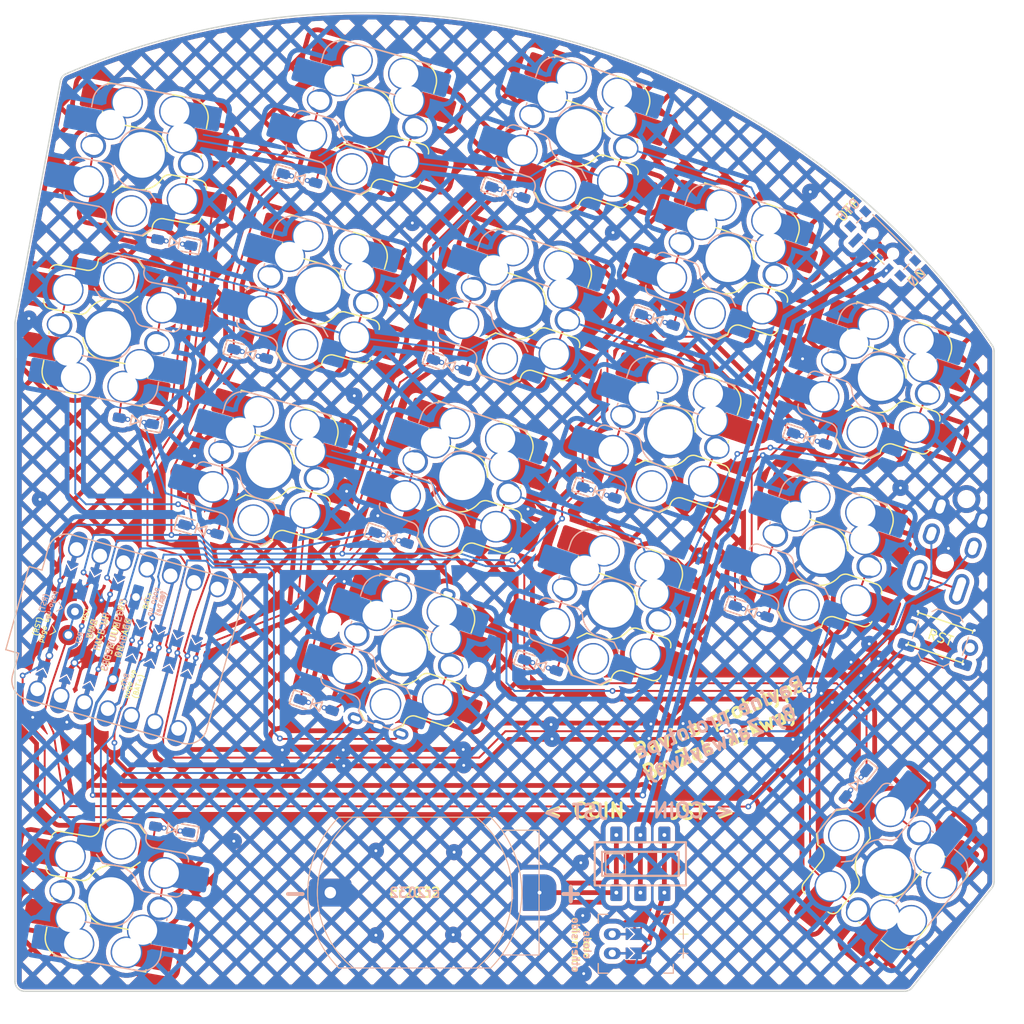
<source format=kicad_pcb>
(kicad_pcb (version 20241229) (generator "pcbnew") (generator_version "9.0")
  (title_block (title "ravine") (date "2025-12-22") (rev "v1.0.0") (company "zakwaykway"))
  (layers (0 "F.Cu" signal) (2 "B.Cu" signal) (13 "F.Paste" user) (15 "B.Paste" user) (5 "F.SilkS" user "F.Silkscreen") (7 "B.SilkS" user "B.Silkscreen") (1 "F.Mask" user) (3 "B.Mask" user) (25 "Edge.Cuts" user))
  (net 0 "")
  (net 1 "pinky_home")
  (net 2 "P7")
  (net 3 "GND")
  (net 4 "pinky_top")
  (net 5 "P8")
  (net 6 "ring_bottom")
  (net 7 "P6")
  (net 8 "ring_home")
  (net 9 "ring_top")
  (net 10 "middle_bottom")
  (net 11 "middle_home")
  (net 12 "middle_top")
  (net 13 "index_bottom")
  (net 14 "index_home")
  (net 15 "index_top")
  (net 16 "inner_home")
  (net 17 "P4")
  (net 18 "inner_top")
  (net 19 "default_default")
  (net 20 "thumb_default")
  (net 21 "enc1")
  (net 22 "enc2")
  (net 23 "P0")
  (net 24 "P1")
  (net 25 "P2")
  (net 26 "P3")
  (net 27 "trrs")
  (net 28 "RAW5V")
  (net 29 "RAW3V3")
  (net 30 "RST")
  (net 31 "BAT_POS")
  (net 32 "battery")
  (net 33 "coin_bat")
  (net 34 "jst_bat")
  (net 35 "VCC")
  (net 36 "JST1_1")
  (net 37 "JST1_2")
  (net 38 "de")
  (footprint "footprints:alps-skqg_rev" (layer "F.Cu") (at 240.21592 162.956998 -18.666)
    (property "Reference" "B1" (hide yes))
    (property "Value" "" (hide yes))
  )
  (footprint "slider-mss22d18_rev" (layer "F.Cu") (at 208.951067 186.513279)
    (property "Reference" "XX1" (hide yes))
    (property "Value" "" (hide yes))
  )
  (footprint "footprints:diode_rev" (layer "F.Cu") (at 173.433764 115.089264 -15.66666667)
    (property "Reference" "D3" (hide yes))
    (property "Value" "" (hide yes))
  )
  (footprint "ceoloide:trrs_pj320a (reversible, symmetric)" (layer "F.Cu") (at 243.432576 146.996976 -18.66666667)
    (property "Reference" "TRRS1" (hide yes))
    (property "Value" "")
  )
  (footprint "ceoloide:power_switch_smd_side" (layer "F.Cu") (at 234.196659 121.906753 45.33333333)
    (property "Reference" "PWR1" (hide yes))
    (property "Value" "")
  )
  (footprint "footprints:diode_rev" (layer "F.Cu") (at 168.302998 133.383395 -15.66666667)
    (property "Reference" "D2" (hide yes))
    (property "Value" "" (hide yes))
  )
  (footprint "footprints:hs-mx-choc_rev" (layer "F.Cu") (at 184.30297 164.241109 -18.66666667)
    (property "Reference" "SW14" (hide yes))
    (property "Value" "" (hide yes))
  )
  (footprint "footprints:diode_rev" (layer "F.Cu") (at 226.577188 142.212707 -18.66666667)
    (property "Reference" "D11" (hide yes))
    (property "Value" "" (hide yes))
  )
  (footprint "footprints:hs-mx-choc_rev" (layer "F.Cu") (at 190.384146 146.240573 -18.66666667)
    (property "Reference" "SW6" (hide yes))
    (property "Value" "" (hide yes))
  )
  (footprint "footprints:hs-mx-choc_rev" (layer "F.Cu") (at 175.37208 126.693808 -15.66666667)
    (property "Reference" "SW4" (hide yes))
    (property "Value" "" (hide yes))
  )
  (footprint "footprints:hs-mx-choc_rev" (layer "F.Cu") (at 205.952212 159.521963 -18.66666667)
    (property "Reference" "SW9" (hide yes))
    (property "Value" "" (hide yes))
  )
  (footprint "footprints:diode_rev" (layer "F.Cu") (at 163.172232 151.677526 -15.66666667)
    (property "Reference" "D1" (hide yes))
    (property "Value" "" (hide yes))
  )
  (footprint "footprints:diode_rev" (layer "F.Cu") (at 210.705063 129.831343 -18.66666667)
    (property "Reference" "D9" (hide yes))
    (property "Value" "" (hide yes))
  )
  (footprint "ceoloide:reset_switch_tht_top" (layer "F.Cu") (at 240.21592 162.956998 -18.66666667)
    (property "Reference" "RST1" (hide yes))
    (property "Value" "")
  )
  (footprint "footprints:hs-mx-choc_rev" (layer "F.Cu") (at 202.546497 110.239501 -18.66666667)
    (property "Reference" "SW8" (hide yes))
    (property "Value" "" (hide yes))
  )
  (footprint "footprints:hs-mx-choc_rev" (layer "F.Cu") (at 233.986688 135.902254 -18.66666667)
    (property "Reference" "SW13" (hide yes))
    (property "Value" "" (hide yes))
  )
  (footprint "footprints:hs-mx-choc_rev" (layer "F.Cu") (at 218.114563 123.520891 -18.66666667)
    (property "Reference" "SW11" (hide yes))
    (property "Value" "" (hide yes))
  )
  (footprint "footprints:diode_rev" (layer "F.Cu") (at 160.175068 182.933375 170)
    (property "Reference" "D13" (hide yes))
    (property "Value" "" (hide yes))
  )
  (footprint "footprints:diode_rev" (layer "F.Cu") (at 220.496012 160.213243 -18.66666667)
    (property "Reference" "D10" (hide yes))
    (property "Value" "" (hide yes))
  )
  (footprint "footprints:hs-mx-choc_rev" (layer "F.Cu") (at 234.801067 187.288279 -128.6666667)
    (property "Reference" "SW15" (hide yes))
    (property "Value" "" (hide yes))
  )
  (footprint "bs-2032-8_rev" (layer "F.Cu") (at 185.451067 189.513279)
    (property "Reference" "CR1" (hide yes))
    (property "Value" "" (hide yes))
  )
  (footprint "footprints:hs-mx-choc_rev" (layer "F.Cu") (at 212.033387 141.521427 -18.66666667)
    (property "Reference" "SW10" (hide yes))
    (property "Value" "" (hide yes))
  )
  (footprint "footprints:hs-mx-choc_rev" (layer "F.Cu") (at 157.033607 112.656615 -10.666)
    (property "Reference" "SW2" (hide yes))
    (property "Value" "" (hide yes))
  )
  (footprint "footprints:diode_rev" (layer "F.Cu") (at 189.055822 134.55049 -18.66666667)
    (property "Reference" "D5" (hide yes))
    (property "Value" "" (hide yes))
  )
  (footprint "footprints:diode_rev" (layer "F.Cu") (at 182.974646 152.551026 -18.66666667)
    (property "Reference" "D4" (hide yes))
    (property "Value" "" (hide yes))
  )
  (footprint "footprints:hs-mx-choc_rev" (layer "F.Cu") (at 227.905512 153.90279 -18.66666667)
    (property "Reference" "SW12" (hide yes))
    (property "Value" "" (hide yes))
  )
  (footprint "footprints:diode_rev" (layer "F.Cu") (at 195.136997 116.549953 -18.66666667)
    (property "Reference" "D6" (hide yes))
    (property "Value" "" (hide yes))
  )
  (footprint "ceoloide:battery_connector_jst_ph_2" (layer "F.Cu") (at 206.026067 194.838279 90)
    (property "Reference" "JST1" (hide yes))
    (property "Value" "")
  )
  (footprint "footprints:hs-mx-choc_rev" (layer "F.Cu") (at 180.502846 108.399676 -15.66666667)
    (property "Reference" "SW5" (hide yes))
    (property "Value" "" (hide yes))
  )
  (footprint "footprints:diode_rev" (layer "F.Cu") (at 231.40538 178.167325 -128.6666667)
    (property "Reference" "D12" (hide yes))
    (property "Value" "" (hide yes))
  )
  (footprint "footprints:hs-mx-choc_rev" (layer "F.Cu") (at 153.801067 190.288279 170)
    (property "Reference" "SW16" (hide yes))
    (property "Value" "" (hide yes))
  )
  (footprint "footprints:diode_rev" (layer "F.Cu") (at 160.401668 121.787807 169.3333333)
    (property "Reference" "D14" (hide yes))
    (property "Value" "" (hide yes))
  )
  (footprint "footprints:xiao-pogo-rev" (layer "F.Cu") (at 155.514341 163.083324 74.333)
    (property "Reference" "" (hide yes))
    (property "Value" "" (hide yes))
  )
  (footprint "footprints:diode_rev" (layer "F.Cu") (at 198.542712 165.832416 -18.66666667)
    (property "Reference" "D7" (hide yes))
    (property "Value" "" (hide yes))
  )
  (footprint "footprints:hs-mx-choc_rev" (layer "F.Cu") (at 196.465321 128.240037 -18.66666667)
    (property "Reference" "SW7" (hide yes))
    (property "Value" "" (hide yes))
  )
  (footprint "footprints:diode_rev" (layer "F.Cu") (at 204.623888 147.83188 -18.66666667)
    (property "Reference" "D8" (hide yes))
    (property "Value" "" (hide yes))
  )
  (footprint "ceoloide:rotary_encoder_ec11_ec12" (layer "F.Cu") (at 184.30297 164.241109 -18.66666667)
    (property "Reference" "RE1" (hide yes))
    (property "Value" "")
  )
  (footprint "footprints:hs-mx-choc_rev" (layer "F.Cu") (at 170.241314 144.987939 -15.66666667)
    (property "Reference" "SW3" (hide yes))
    (property "Value" "" (hide yes))
  )
  (footprint "footprints:diode_rev" (layer "F.Cu") (at 175.188156 169.975451 -18.66666667)
    (property "Reference" "D16" (hide yes))
    (property "Value" "" (hide yes))
  )
  (footprint "footprints:diode_rev" (layer "F.Cu") (at 156.393504 140.366952 169.3333333)
    (property "Reference" "D15" (hide yes))
    (property "Value" "" (hide yes))
  )
  (footprint "footprints:hs-mx-choc_rev" (layer "F.Cu") (at 153.516804 131.328308 169.3333333)
    (property "Reference" "SW1" (hide yes))
    (property "Value" "" (hide yes))
  )
  (gr_arc (start 143.801067 130.167466) (mid 143.8054 130.074517) (end 143.818347 129.982371) (stroke (width 0.15)) (layer "Edge.Cuts"))
  (gr_arc (start 245.801067 188.395949) (mid 245.744689 188.72702) (end 245.581861 189.020738) (stroke (width 0.15)) (layer "Edge.Cuts"))
  (gr_arc (start 237.265957 199.413068) (mid 236.918297 199.689601) (end 236.485163 199.788279) (stroke (width 0.15)) (layer "Edge.Cuts"))
  (gr_line (start 143.801067 198.788279) (end 143.801067 130.167466) (stroke (width 0.15)) (layer "Edge.Cuts"))
  (gr_line (start 245.581861 189.020738) (end 237.265957 199.413068) (stroke (width 0.15)) (layer "Edge.Cuts"))
  (gr_line (start 144.801067 199.788279) (end 236.485163 199.788279) (stroke (width 0.15)) (layer "Edge.Cuts"))
  (gr_arc (start 148.534721 104.941821) (mid 148.737662 104.500864) (end 149.124343 104.20742) (stroke (width 0.15)) (layer "Edge.Cuts"))
  (gr_line (start 143.818347 129.982371) (end 148.534721 104.941821) (stroke (width 0.15)) (layer "Edge.Cuts"))
  (gr_arc (start 144.801067 199.788279) (mid 144.093989 199.495373) (end 143.801067 198.788279) (stroke (width 0.15)) (layer "Edge.Cuts"))
  (gr_arc (start 149.124343 104.20742) (mid 202.461345 101.042574) (end 245.628729 132.529542) (stroke (width 0.15)) (layer "Edge.Cuts"))
  (gr_arc (start 245.628729 132.529542) (mid 245.757025 132.797221) (end 245.801067 133.090769) (stroke (width 0.15)) (layer "Edge.Cuts"))
  (gr_line (start 245.801067 188.395949) (end 245.801067 133.090769) (stroke (width 0.15)) (layer "Edge.Cuts"))
  (gr_text "close\nother side" (at 203.85 194.95 270) (layer "F.SilkS") (effects (font (size 0.75 0.75) (thickness 0.15) (bold yes)) (justify top)))
  (gr_text "JST >" (at 211.85 182 0) (layer "F.SilkS") (effects (font (size 1.5 1.5) (thickness 0.3) (bold yes)) (justify left bottom)))
  (gr_text "Ravine prototype\nBy Zakwaykway" (at 209.45 178.05 22.5) (layer "F.SilkS") (effects (font (size 1.5 1.5) (thickness 0.3) (bold yes)) (justify left bottom)))
  (gr_text "< COIN" (at 198.75 181.85 0) (layer "F.SilkS") (effects (font (size 1.5 1.5) (thickness 0.3) (bold yes)) (justify left bottom)))
  (gr_text "Ravine prototype\nBy Zakwaykway" (at 209.45 178.05 22.5) (layer "B.SilkS") (effects (font (size 1.5 1.5) (thickness 0.3) (bold yes)) (justify right bottom mirror)))
  (gr_text "JST >" (at 205.75 181.992 0) (layer "B.SilkS") (effects (font (size 1.5 1.5) (thickness 0.3) (bold yes)) (justify left bottom mirror)))
  (gr_text "close\nother side" (at 203.85 194.95 -90) (layer "B.SilkS") (effects (font (size 0.75 0.75) (thickness 0.15) (bold yes)) (justify top mirror)))
  (gr_text "< COIN" (at 218.85 181.842 0) (layer "B.SilkS") (effects (font (size 1.5 1.5) (thickness 0.3) (bold yes)) (justify left bottom mirror)))
  (segment (start 158.509025 132.26859) (end 159.124513 128.56858) (width 0.2) (layer "F.Cu") (net 1))
  (segment (start 155.072632 136.79067) (end 154.649101 140.038802) (width 0.2) (layer "F.Cu") (net 1))
  (segment (start 161.4 164.35) (end 162.6 160.25) (width 0.2) (layer "F.Cu") (net 2))
  (segment (start 180.263353 128.065613) (end 179.173674 131.654693) (width 0.2) (layer "F.Cu") (net 2))
  (segment (start 162.6 160.25) (end 164.1 156.15) (width 0.2) (layer "F.Cu") (net 2))
  (segment (start 149.297307 126.717631) (end 148.524583 130.388026) (width 0.2) (layer "F.Cu") (net 2))
  (segment (start 162.9 149.9) (end 160.8 149.05) (width 0.2) (layer "F.Cu") (net 2))
  (segment (start 164.1 156.15) (end 162.9 149.9) (width 0.2) (layer "F.Cu") (net 2))
  (segment (start 216.846162 143.147341) (end 215.570138 146.674474) (width 0.2) (layer "F.Cu") (net 2))
  (segment (start 201.278096 129.865951) (end 200.002072 133.393084) (width 0.2) (layer "F.Cu") (net 2))
  (segment (start 161.772849 164.838624) (end 161.4 164.35) (width 0.2) (layer "F.Cu") (net 2))
  (via (at 160.8 149.05) (size 0.6) (drill 0.3) (layers "F.Cu" "B.Cu") (net 2))
  (segment (start 215.5 134.6) (end 216.065689 137.521609) (width 0.2) (layer "B.Cu") (net 2))
  (segment (start 155.2 122.95) (end 171.35 127.3) (width 0.2) (layer "B.Cu") (net 2))
  (segment (start 163.064014 164.141723) (end 162.43567 164.141723) (width 0.2) (layer "B.Cu") (net 2))
  (segment (start 151.429189 124.880487) (end 155.2 122.95) (width 0.2) (layer "B.Cu") (net 2))
  (segment (start 151.2 149.05) (end 150.080411 147.930411) (width 0.2) (layer "B.Cu") (net 2))
  (segment (start 194.25 131.2) (end 190.85 133.1) (width 0.2) (layer "B.Cu") (net 2))
  (segment (start 160.8 149.05) (end 151.2 149.05) (width 0.2) (layer "B.Cu") (net 2))
  (segment (start 190.85 133.1) (end 179.173674 131.654693) (width 0.2) (layer "B.Cu") (net 2))
  (segment (start 200.002072 133.393084) (end 194.25 131.2) (width 0.2) (layer "B.Cu") (net 2))
  (segment (start 171.35 127.3) (end 173.25 129.85) (width 0.2) (layer "B.Cu") (net 2))
  (segment (start 201.278096 129.865951) (end 215.5 134.6) (width 0.2) (layer "B.Cu") (net 2))
  (segment (start 150.080411 147.930411) (end 150.080411 135.850388) (width 0.2) (layer "B.Cu") (net 2))
  (segment (start 173.25 129.85) (end 179.173674 131.654693) (width 0.2) (layer "B.Cu") (net 2))
  (segment (start 149.326856 166.333157) (end 150.005879 165.578488) (width 0.2) (layer "F.Cu") (net 3))
  (segment (start 208.842067 193.838279) (end 207.8 192.45) (width 0.2) (layer "F.Cu") (net 3))
  (segment (start 208.842067 193.838279) (end 209.3 192.4) (width 0.2) (layer "F.Cu") (net 3))
  (segment (start 150.005879 165.578488) (end 150.1 164.55) (width 0.2) (layer "F.Cu") (net 3))
  (segment (start 150.005879 165.578488) (end 150.7 166.3) (width 0.2) (layer "F.Cu") (net 3))
  (segment (start 149.326856 166.333157) (end 151.3 165) (width 0.2) (layer "F.Cu") (net 3))
  (via (at 181.4 185.15) (size 0.6) (drill 0.3) (layers "F.Cu" "B.Cu") (net 3))
  (via (at 149.2 171.75) (size 0.6) (drill 0.3) (layers "F.Cu" "B.Cu") (net 3))
  (via (at 146.4 148.55) (size 0.6) (drill 0.3) (layers "F.Cu" "B.Cu") (net 3))
  (via (at 152.8 159.05) (size 0.6) (drill 0.3) (layers "F.Cu" "B.Cu") (net 3))
  (via (at 226.65 116.5) (size 0.6) (drill 0.3) (layers "F.Cu" "B.Cu") (net 3))
  (via (at 236.05 147.35) (size 0.6) (drill 0.3) (layers "F.Cu" "B.Cu") (net 3))
  (via (at 190.5 174.6) (size 0.6) (drill 0.3) (layers "F.Cu" "B.Cu") (net 3))
  (via (at 221.7 143.95) (size 0.6) (drill 0.3) (layers "F.Cu" "B.Cu") (net 3))
  (via (at 213.4 173.5) (size 0.6) (drill 0.3) (layers "F.Cu" "B.Cu") (net 3))
  (via (at 209.85 173.45) (size 0.6) (drill 0.3) (layers "F.Cu" "B.Cu") (net 3))
  (via (at 189.45 193.9) (size 0.6) (drill 0.3) (layers "F.Cu" "B.Cu") (net 3))
  (via (at 224.45 171.8) (size 0.6) (drill 0.3) (layers "F.Cu" "B.Cu") (net 3))
  (via (at 213.4 171.9) (size 0.6) (drill 0.3) (layers "F.Cu" "B.Cu") (net 3))
  (via (at 202.75 186.4) (size 0.6) (drill 0.3) (layers "F.Cu" "B.Cu") (net 3))
  (via (at 210.05 171.95) (size 0.6) (drill 0.3) (layers "F.Cu" "B.Cu") (net 3))
  (via (at 162.5 144) (size 0.6) (drill 0.3) (layers "F.Cu" "B.Cu") (net 3))
  (via (at 225.7 173.1) (size 0.6) (drill 0.3) (layers "F.Cu" "B.Cu") (net 3))
  (via (at 160.3 131) (size 0.6) (drill 0.3) (layers "F.Cu" "B.Cu") (net 3))
  (via (at 178.35 147.7) (size 0.6) (drill 0.3) (layers "F.Cu" "B.Cu") (net 3))
  (via (at 199.75 173.5) (size 0.6) (drill 0.3) (layers "F.Cu" "B.Cu") (net 3))
  (via (at 178.1 157.1) (size 0.6) (drill 0.3) (layers "F.Cu" "B.Cu") (net 3))
  (via (at 231.95 166.9) (size 0.6) (drill 0.3) (layers "F.Cu" "B.Cu") (net 3))
  (via (at 190.55 176.25) (size 0.6) (drill 0.3) (layers "F.Cu" "B.Cu") (net 3))
  (via (at 171.65 174.65) (size 0.6) (drill 0.3) (layers "F.Cu" "B.Cu") (net 3))
  (via (at 145.65 171.25) (size 0.6) (drill 0.3) (layers "F.Cu" "B.Cu") (net 3))
  (via (at 199.65 172) (size 0.6) (drill 0.3) (layers "F.Cu" "B.Cu") (net 3))
  (via (at 171.65 176.2) (size 0.6) (drill 0.3) (layers "F.Cu" "B.Cu") (net 3))
  (via (at 178.05 176.3) (size 0.6) (drill 0.3) (layers "F.Cu" "B.Cu") (net 3))
  (via (at 225.15 171.25) (size 0.6) (drill 0.3) (layers "F.Cu" "B.Cu") (net 3))
  (via (at 150.15 158.1) (size 0.6) (drill 0.3) (layers "F.Cu" "B.Cu") (net 3))
  (via (at 181.4 193.95) (size 0.6) (drill 0.3) (layers "F.Cu" "B.Cu") (net 3))
  (via (at 232.8 163.6) (size 0.6) (drill 0.3) (layers "F.Cu" "B.Cu") (net 3))
  (via (at 179.15 137.75) (size 0.6) (drill 0.3) (layers "F.Cu" "B.Cu") (net 3))
  (via (at 178 174.65) (size 0.6) (drill 0.3) (layers "F.Cu" "B.Cu") (net 3))
  (via (at 202.95 191.9) (size 0.6) (drill 0.3) (layers "F.Cu" "B.Cu") (net 3))
  (via (at 230.9 165.5) (size 0.6) (drill 0.3) (layers "F.Cu" "B.Cu") (net 3))
  (via (at 206.1 120.75) (size 0.6) (drill 0.3) (layers "F.Cu" "B.Cu") (net 3))
  (via (at 227.8 168.75) (size 0.6) (drill 0.3) (layers "F.Cu" "B.Cu") (net 3))
  (via (at 233.75 165.15) (size 0.6) (drill 0.3) (layers "F.Cu" "B.Cu") (net 3))
  (via (at 224.85 173.55) (size 0.6) (drill 0.3) (layers "F.Cu" "B.Cu") (net 3))
  (via (at 189.55 185.3) (size 0.6) (drill 0.3) (layers "F.Cu" "B.Cu") (net 3))
  (via (at 241.05 153.65) (size 0.6) (drill 0.3) (layers "F.Cu" "B.Cu") (net 3))
  (via (at 225.85 133.9) (size 0.6) (drill 0.3) (layers "F.Cu" "B.Cu") (net 3))
  (via (at 145.25 129.7) (size 0.6) (drill 0.3) (layers "F.Cu" "B.Cu") (net 3))
  (via (at 181.6 150.25) (size 0.6) (drill 0.3) (layers "F.Cu" "B.Cu") (net 3))
  (via (at 215.15 154.4) (size 0.6) (drill 0.3) (layers "F.Cu" "B.Cu") (net 3))
  (via (at 166.6 184.15) (size 0.6) (drill 0.3) (layers "F.Cu" "B.Cu") (net 3))
  (via (at 203.05 197.95) (size 0.6) (drill 0.3) (layers "F.Cu" "B.Cu") (net 3))
  (via (at 197.25 149.55) (size 0.6) (drill 0.3) (layers "F.Cu" "B.Cu") (net 3))
  (via (at 228.95 169.7) (size 0.6) (drill 0.3) (layers "F.Cu" "B.Cu") (net 3))
  (via (at 185.2 119.75) (size 0.6) (drill 0.3) (layers "F.Cu" "B.Cu") (net 3))
  (segment (start 151.914625 157.10648) (end 150.15 158.1) (width 0.2) (layer "B.Cu") (net 3))
  (segment (start 208.842067 195.838279) (end 210.05 195.8) (width 0.2) (layer "B.Cu") (net 3))
  (segment (start 151.914625 157.10648) (end 152.8 159.05) (width 0.2) (layer "B.Cu") (net 3))
  (segment (start 208.842067 195.838279) (end 208.25 197.5) (width 0.2) (layer "B.Cu") (net 3))
  (segment (start 152.743364 117.90317) (end 154.6 120.5) (width 0.2) (layer "F.Cu") (net 4))
  (segment (start 154.6 120.5) (end 158.657265 121.459657) (width 0.2) (layer "F.Cu") (net 4))
  (segment (start 152.041386 111.716333) (end 151.425898 115.416343) (width 0.2) (layer "F.Cu") (net 4))
  (segment (start 157.6 145.8) (end 161.75 139.1) (width 0.2) (layer "F.Cu") (net 5))
  (segment (start 161.253104 117.267292) (end 162.025828 113.596897) (width 0.2) (layer "F.Cu") (net 5))
  (segment (start 161.75 139.1) (end 164.442033 117.867925) (width 0.2) (layer "F.Cu") (net 5))
  (segment (start 185.394119 109.771481) (end 184.30444 113.360561) (width 0.2) (layer "F.Cu") (net 5))
  (segment (start 222.927338 125.146805) (end 221.651314 128.673938) (width 0.2) (layer "F.Cu") (net 5))
  (segment (start 160.993204 154.356796) (end 161.65 155.35) (width 0.2) (layer "F.Cu") (net 5))
  (segment (start 206.083248 115.392548) (end 207.359272 111.865415) (width 0.2) (layer "F.Cu") (net 5))
  (segment (start 161.65 155.35) (end 159.525862 163.75) (width 0.2) (layer "F.Cu") (net 5))
  (segment (start 157.6 153.35) (end 160.993204 154.356796) (width 0.2) (layer "F.Cu") (net 5))
  (segment (start 157.6 145.8) (end 157.6 153.35) (width 0.2) (layer "F.Cu") (net 5))
  (segment (start 159.525862 163.75) (end 159.847154 164.298531) (width 0.2) (layer "F.Cu") (net 5))
  (segment (start 161.247914 110.865716) (end 175.75 113.45) (width 0.2) (layer "B.Cu") (net 5))
  (segment (start 207.359272 111.865415) (end 220.5 116.05) (width 0.2) (layer "B.Cu") (net 5))
  (segment (start 220.5 116.05) (end 222.146865 119.521073) (width 0.2) (layer "B.Cu") (net 5))
  (segment (start 184.30444 113.360561) (end 197.45 114.95) (width 0.2) (layer "B.Cu") (net 5))
  (segment (start 200.25 113.2) (end 206.083248 115.392548) (width 0.2) (layer "B.Cu") (net 5))
  (segment (start 175.75 113.45) (end 178.35 111.75) (width 0.2) (layer "B.Cu") (net 5))
  (segment (start 197.45 114.95) (end 200.25 113.2) (width 0.2) (layer "B.Cu") (net 5))
  (segment (start 178.35 111.75) (end 184.30444 113.360561) (width 0.2) (layer "B.Cu") (net 5))
  (segment (start 165.510129 149.84061) (end 164.881397 152.156462) (width 0.2) (layer "F.Cu") (net 6))
  (segment (start 165.350041 143.616134) (end 165.510129 149.84061) (width 0.2) (layer "F.Cu") (net 6))
  (segment (start 195.196921 147.866487) (end 193.920897 151.39362) (width 0.2) (layer "F.Cu") (net 7))
  (segment (start 238.799463 137.528168) (end 237.523439 141.055301) (width 0.2) (layer "F.Cu") (net 7))
  (segment (start 174.042908 149.948824) (end 173.25 159.9) (width 0.2) (layer "F.Cu") (net 7))
  (segment (start 209.488963 164.67501) (end 210.764987 161.147877) (width 0.2) (layer "F.Cu") (net 7))
  (segment (start 219.05 143.8) (end 222.5 143.15) (width 0.2) (layer "F.Cu") (net 7))
  (segment (start 175.132587 146.359744) (end 174.042908 149.948824) (width 0.2) (layer "F.Cu") (net 7))
  (segment (start 173.25 159.9) (end 162.43567 164.141723) (width 0.2) (layer "F.Cu") (net 7))
  (via (at 219.05 143.8) (size 0.6) (drill 0.3) (layers "F.Cu" "B.Cu") (net 7))
  (via (at 222.5 143.15) (size 0.6) (drill 0.3) (layers "F.Cu" "B.Cu") (net 7))
  (segment (start 213.347772 156.658365) (end 219.05 143.8) (width 0.2) (layer "B.Cu") (net 7))
  (segment (start 208.95 152.7) (end 209.984514 155.522145) (width 0.2) (layer "B.Cu") (net 7))
  (segment (start 162.604936 165.778564) (end 161.976592 165.778564) (width 0.2) (layer "B.Cu") (net 7))
  (segment (start 235.156623 142.577865) (end 232.2 144.823894) (width 0.2) (layer "B.Cu") (net 7))
  (segment (start 187.25 146.9) (end 188.5 149.25) (width 0.2) (layer "B.Cu") (net 7))
  (segment (start 174.595671 143.571156) (end 187.25 146.9) (width 0.2) (layer "B.Cu") (net 7))
  (segment (start 188.5 149.25) (end 193.920897 151.39362) (width 0.2) (layer "B.Cu") (net 7))
  (segment (start 222.5 143.15) (end 232.2 144.823894) (width 0.2) (layer "B.Cu") (net 7))
  (segment (start 195.594828 148.000913) (end 208.95 152.7) (width 0.2) (layer "B.Cu") (net 7))
  (segment (start 170.012163 133.862331) (end 170.640895 131.546479) (width 0.2) (layer "F.Cu") (net 8))
  (segment (start 169.545184 128.95429) (end 170.480807 125.322003) (width 0.2) (layer "F.Cu") (net 8))
  (segment (start 174.67595 110.660158) (end 175.611573 107.027871) (width 0.2) (layer "F.Cu") (net 9))
  (segment (start 175.771661 113.252347) (end 175.142929 115.5682) (width 0.2) (layer "F.Cu") (net 9))
  (segment (start 184.446931 148.193001) (end 185.571371 144.614659) (width 0.2) (layer "F.Cu") (net 10))
  (segment (start 185.405476 150.838982) (end 184.656403 153.118757) (width 0.2) (layer "F.Cu") (net 10))
  (segment (start 190.528106 130.192465) (end 191.652546 126.614123) (width 0.2) (layer "F.Cu") (net 11))
  (segment (start 191.486651 132.838446) (end 190.737579 135.118221) (width 0.2) (layer "F.Cu") (net 11))
  (segment (start 197.733722 108.613587) (end 196.609282 112.191929) (width 0.2) (layer "F.Cu") (net 12))
  (segment (start 197.567827 114.83791) (end 196.818754 117.117684) (width 0.2) (layer "F.Cu") (net 12))
  (segment (start 201.139437 157.896049) (end 200.014997 161.474391) (width 0.2) (layer "F.Cu") (net 13))
  (segment (start 200.973542 164.120372) (end 200.224469 166.400147) (width 0.2) (layer "F.Cu") (net 13))
  (segment (start 206.096172 143.473855) (end 207.220612 139.895513) (width 0.2) (layer "F.Cu") (net 14))
  (segment (start 207.054717 146.119836) (end 206.305645 148.399611) (width 0.2) (layer "F.Cu") (net 14))
  (segment (start 213.135893 128.1193) (end 212.38682 130.399074) (width 0.2) (layer "F.Cu") (net 15))
  (segment (start 212.177348 125.473319) (end 213.301788 121.894977) (width 0.2) (layer "F.Cu") (net 15))
  (segment (start 222.926842 158.501199) (end 222.177769 160.780974) (width 0.2) (layer "F.Cu") (net 16))
  (segment (start 221.968297 155.855218) (end 223.092737 152.276876) (width 0.2) (layer "F.Cu") (net 16))
  (segment (start 157.85 162) (end 158.1 160.9) (width 0.2) (layer "F.Cu") (net 17))
  (segment (start 189.115745 165.867023) (end 187.839721 169.394156) (width 0.2) (layer "F.Cu") (net 17))
  (segment (start 232.718287 155.528704) (end 231.442263 159.055837) (width 0.2) (layer "F.Cu") (net 17))
  (segment (start 158.58428 163.061539) (end 157.85 162) (width 0.2) (layer "F.Cu") (net 17))
  (segment (start 228.749147 188.849292) (end 226.65 186.8) (width 0.2) (layer "F.Cu") (net 17))
  (segment (start 231.627141 191.254713) (end 228.749147 188.849292) (width 0.2) (layer "F.Cu") (net 17))
  (segment (start 148.798244 189.406146) (end 149.528209 185.727009) (width 0.2) (layer "F.Cu") (net 17))
  (segment (start 226.5 168.5) (end 226.55 168.45) (width 0.2) (layer "F.Cu") (net 17))
  (segment (start 206.05 168.5) (end 226.5 168.5) (width 0.2) (layer "F.Cu") (net 17))
  (segment (start 226.65 186.8) (end 226.55 168.45) (width 0.2) (layer "F.Cu") (net 17))
  (via (at 206.05 168.5) (size 0.6) (drill 0.3) (layers "F.Cu" "B.Cu") (net 17))
  (via (at 158.1 160.9) (size 0.6) (drill 0.3) (layers "F.Cu" "B.Cu") (net 17))
  (via (at 226.55 168.45) (size 0.6) (drill 0.3) (layers "F.Cu" "B.Cu") (net 17))
  (segment (start 226.55 168.45) (end 229.075447 160.578401) (width 0.2) (layer "B.Cu") (net 17))
  (segment (start 195.85 168.5) (end 195 167.65) (width 0.2) (layer "B.Cu") (net 17))
  (segment (start 163.543776 154.3) (end 159.3 154.3) (width 0.2) (layer "B.Cu") (net 17))
  (segment (start 158.85 157.25) (end 158.1 160.9) (width 0.2) (layer "B.Cu") (net 17))
  (segment (start 195 167.65) (end 195 162.6) (width 0.2) (layer "B.Cu") (net 17))
  (segment (start 152.75 182.753756) (end 151.638572 183.865184) (width 0.2) (layer "B.Cu") (net 17))
  (segment (start 163.543776 154.3) (end 164.543776 155.3) (width 0.2) (layer "B.Cu") (net 17))
  (segment (start 158.125202 164.69838) (end 156.8 165.5) (width 0.2) (layer "B.Cu") (net 17))
  (segment (start 159.3 154.3) (end 158.7 156.6) (width 0.2) (layer "B.Cu") (net 17))
  (segment (start 195 162.6) (end 191.69853 161.377511) (width 0.2) (layer "B.Cu") (net 17))
  (segment (start 188.620263 155.3) (end 188.911895 158.409487) (width 0.2) (layer "B.Cu") (net 17))
  (segment (start 156.8 165.5) (end 155.1 170.05) (width 0.2) (layer "B.Cu") (net 17))
  (segment (start 154.7 170.7) (end 154 173.2) (width 0.2) (layer "B.Cu") (net 17))
  (segment (start 154 173.2) (end 152.75 174.45) (width 0.2) (layer "B.Cu") (net 17))
  (segment (start 164 154.756224) (end 163.543776 154.3) (width 0.2) (layer "B.Cu") (net 17))
  (segment (start 206.05 168.5) (end 195.85 168.5) (width 0.2) (layer "B.Cu") (net 17))
  (segment (start 152.75 174.45) (end 152.75 182.753756) (width 0.2) (layer "B.Cu") (net 17))
  (segment (start 164.543776 155.3) (end 188.620263 155.3) (width 0.2) (layer "B.Cu") (net 17))
  (segment (start 158.7 156.6) (end 158.85 157.25) (width 0.2) (layer "B.Cu") (net 17))
  (segment (start 229.075447 160.578401) (end 228.127903 161.525945) (width 0.2) (layer "B.Cu") (net 17))
  (segment (start 155.1 170.05) (end 154.7 170.7) (width 0.2) (layer "B.Cu") (net 17))
  (segment (start 229.173913 134.27634) (end 228.049473 137.854682) (width 0.2) (layer "F.Cu") (net 18))
  (segment (start 229.008018 140.500663) (end 228.258945 142.780438) (width 0.2) (layer "F.Cu") (net 18))
  (segment (start 158.426965 182.625543) (end 158.029975 184.992161) (width 0.2) (layer "F.Cu") (net 19))
  (segment (start 159.376286 187.463491) (end 158.80389 191.170412) (width 0.2) (layer "F.Cu") (net 19))
  (segment (start 234.997032 181.041352) (end 237.974993 183.321845) (width 0.2) (layer "F.Cu") (net 20))
  (segment (start 230.296693 179.553484) (end 232.182781 181.037111) (width 0.2) (layer "F.Cu") (net 20))
  (segment (start 171.45 173.5) (end 183.450971 173.5) (width 0.2) (layer "F.Cu") (net 21))
  (segment (start 171.4 173.45) (end 171.45 173.5) (width 0.2) (layer "F.Cu") (net 21))
  (segment (start 183.450971 173.5) (end 183.998945 172.952026) (width 0.2) (layer "F.Cu") (net 21))
  (via (at 171.4 173.45) (size 0.6) (drill 0.3) (layers "F.Cu" "B.Cu") (net 21))
  (segment (start 170.239909 155.639909) (end 164.376446 155.639909) (width 0.2) (layer "B.Cu") (net 21))
  (segment (start 163.96268 155.226143) (end 163.96268 155.21268) (width 0.2) (layer "B.Cu") (net 21))
  (segment (start 170.778261 156.178261) (end 170.239909 155.639909) (width 0.2) (layer "B.Cu") (net 21))
  (segment (start 163.7 154.95) (end 161.75 154.9) (width 0.2) (layer "B.Cu") (net 21))
  (segment (start 161.75 154.9) (end 159.8 162.55) (width 0.2) (layer "B.Cu") (net 21))
  (segment (start 171.4 173.45) (end 170.778261 172.828261) (width 0.2) (layer "B.Cu") (net 21))
  (segment (start 164.376446 155.639909) (end 163.96268 155.226143) (width 0.2) (layer "B.Cu") (net 21))
  (segment (start 159.8 162.55) (end 158.58428 163.061539) (width 0.2) (layer "B.Cu") (net 21))
  (segment (start 170.778261 172.828261) (end 170.778261 156.178261) (width 0.2) (layer "B.Cu") (net 21))
  (segment (start 163.96268 155.21268) (end 163.7 154.95) (width 0.2) (layer "B.Cu") (net 21))
  (segment (start 154.160345 173.9) (end 154.160345 172.8) (width 0.2) (layer "F.Cu") (net 22))
  (segment (start 157.05 164.65) (end 156.199507 164.158288) (width 0.2) (layer "F.Cu") (net 22))
  (segment (start 154.160345 172.8) (end 154.85 170.3) (width 0.2) (layer "F.Cu") (net 22))
  (segment (start 154.85 170.3) (end 155.3 169.9) (width 0.2) (layer "F.Cu") (net 22))
  (segment (start 155.3 169.9) (end 157.05 164.65) (width 0.2) (layer "F.Cu") (net 22))
  (via (at 154.160345 173.9) (size 0.6) (drill 0.3) (layers "F.Cu" "B.Cu") (net 22))
  (segment (start 154.160345 175.810345) (end 155.4 177.05) (width 0.2) (layer "B.Cu") (net 22))
  (segment (start 154.160345 173.9) (end 154.160345 175.810345) (width 0.2) (layer "B.Cu") (net 22))
  (segment (start 155.4 177.05) (end 173.563678 177.05) (width 0.2) (layer "B.Cu") (net 22))
  (segment (start 173.563678 177.05) (end 179.261962 171.351716) (width 0.2) (layer "B.Cu") (net 22))
  (segment (start 148.5 181.65) (end 159.023865 181.65) (width 0.2) (layer "F.Cu") (net 23))
  (segment (start 144.6 166.9) (end 144.6 171.2) (width 0.2) (layer "F.Cu") (net 23))
  (segment (start 160.104572 138.95) (end 162.145997 122.11635) (width 0.2) (layer "F.Cu") (net 23))
  (segment (start 158.137833 140.695495) (end 160.104572 138.95) (width 0.2) (layer "F.Cu") (net 23))
  (segment (start 146.895802 173.65) (end 146.895802 180.045802) (width 0.2) (layer "F.Cu") (net 23))
  (segment (start 160.615466 183.241601) (end 161.923102 183.241601) (width 0.2) (layer "F.Cu") (net 23))
  (segment (start 159.023865 181.65) (end 160.615466 183.241601) (width 0.2) (layer "F.Cu") (net 23))
  (segment (start 144.6 171.2) (end 146.895802 173.65) (width 0.2) (layer "F.Cu") (net 23))
  (segment (start 146.895802 180.045802) (end 148.5 181.65) (width 0.2) (layer "F.Cu") (net 23))
  (via (at 144.6 166.9) (size 0.6) (drill 0.3) (layers "F.Cu" "B.Cu") (net 23))
  (segment (start 146.881223 165.647242) (end 144.6 166.9) (width 0.2) (layer "B.Cu") (net 23))
  (segment (start 150.269378 151.198204) (end 148.519289 152.948293) (width 0.2) (layer "B.Cu") (net 23))
  (segment (start 157.228818 140.524283) (end 159.5 147.9) (width 0.2) (layer "B.Cu") (net 23))
  (segment (start 161.9 148.65) (end 162.35381 151.447992) (width 0.2) (layer "B.Cu") (net 23))
  (segment (start 148.519289 157.029421) (end 148.519289 152.948293) (width 0.2) (layer "B.Cu") (net 23))
  (segment (start 153.65 151.198204) (end 150.269378 151.198204) (width 0.2) (layer "B.Cu") (net 23))
  (segment (start 157.228818 151.177022) (end 157.25 151.198204) (width 0.2) (layer "B.Cu") (net 23))
  (segment (start 157.25 151.198204) (end 153.65 151.198204) (width 0.2) (layer "B.Cu") (net 23))
  (segment (start 161.463175 151.198204) (end 157.25 151.198204) (width 0.2) (layer "B.Cu") (net 23))
  (segment (start 159.5 147.9) (end 161.9 148.65) (width 0.2) (layer "B.Cu") (net 23))
  (segment (start 173.506527 169.407341) (end 176.471716 157.3) (width 0.2) (layer "F.Cu") (net 24))
  (segment (start 166.593941 126.1) (end 166.593941 132.904073) (width 0.2) (layer "F.Cu") (net 24))
  (segment (start 151.914625 157.10648) (end 150.958145 156.15) (width 0.2) (layer "F.Cu") (net 24))
  (segment (start 171.724707 114.609942) (end 169.392325 116.942325) (width 0.2) (layer "F.Cu") (net 24))
  (segment (start 160.098632 145.6) (end 166.593941 132.904073) (width 0.2) (layer "F.Cu") (net 24))
  (segment (start 150.958145 156.15) (end 150.95 156.15) (width 0.2) (layer "F.Cu") (net 24))
  (segment (start 166.593941 126.1) (end 169.392325 116.942325) (width 0.2) (layer "F.Cu") (net 24))
  (segment (start 181.293017 151.982916) (end 176.471716 157.3) (width 0.2) (layer "F.Cu") (net 24))
  (segment (start 160.1 152.25) (end 160.098632 145.6) (width 0.2) (layer "F.Cu") (net 24))
  (via (at 160.1 152.25) (size 0.6) (drill 0.3) (layers "F.Cu" "B.Cu") (net 24))
  (via (at 150.95 156.15) (size 0.6) (drill 0.3) (layers "F.Cu" "B.Cu") (net 24))
  (segment (start 163 152.25) (end 164.45 153.7) (width 0.2) (layer "B.Cu") (net 24))
  (segment (start 160.1 152.25) (end 163 152.25) (width 0.2) (layer "B.Cu") (net 24))
  (segment (start 172.35 153.7) (end 181.293017 151.982916) (width 0.2) (layer "B.Cu") (net 24))
  (segment (start 160.1 152.25) (end 152 152.25) (width 0.2) (layer "B.Cu") (net 24))
  (segment (start 152 152.25) (end 150.95 156.15) (width 0.2) (layer "B.Cu") (net 24))
  (segment (start 164.45 153.7) (end 172.35 153.7) (width 0.2) (layer "B.Cu") (net 24))
  (segment (start 196.861083 165.264306) (end 199.296777 167.7) (width 0.2) (layer "F.Cu") (net 25))
  (segment (start 177.9 154.2) (end 183.911658 136.35) (width 0.2) (layer "F.Cu") (net 25))
  (segment (start 232.51438 170.81438) (end 232.51438 176.781416) (width 0.2) (layer "F.Cu") (net 25))
  (segment (start 229.4 167.7) (end 232.51438 170.81438) (width 0.2) (layer "F.Cu") (net 25))
  (segment (start 196.861083 167.287709) (end 196.861083 165.264306) (width 0.2) (layer "F.Cu") (net 25))
  (segment (start 195.6 154.9) (end 196.861083 156.161083) (width 0.2) (layer "F.Cu") (net 25))
  (segment (start 187.374193 122.063018) (end 187.374193 133.98238) (width 0.2) (layer "F.Cu") (net 25))
  (segment (start 199.296777 167.7) (end 229.4 167.7) (width 0.2) (layer "F.Cu") (net 25))
  (segment (start 193.455368 115.981843) (end 187.374193 122.063018) (width 0.2) (layer "F.Cu") (net 25))
  (segment (start 196.861083 156.161083) (end 196.861083 165.264306) (width 0.2) (layer "F.Cu") (net 25))
  (segment (start 187.374193 133.98238) (end 183.911658 136.35) (width 0.2) (layer "F.Cu") (net 25))
  (segment (start 154.360257 157.792397) (end 153.4 156.7) (width 0.2) (layer "F.Cu") (net 25))
  (via (at 177.9 154.2) (size 0.6) (drill 0.3) (layers "F.Cu" "B.Cu") (net 25))
  (via (at 195.6 154.9) (size 0.6) (drill 0.3) (layers "F.Cu" "B.Cu") (net 25))
  (via (at 153.4 156.7) (size 0.6) (drill 0.3) (layers "F.Cu" "B.Cu") (net 25))
  (segment (start 164.45 154.2) (end 163.1 152.85) (width 0.2) (layer "B.Cu") (net 25))
  (segment (start 190.25 154.2) (end 192.2 154.85) (width 0.2) (layer "B.Cu") (net 25))
  (segment (start 177.9 154.2) (end 164.45 154.2) (width 0.2) (layer "B.Cu") (net 25))
  (segment (start 177.9 154.2) (end 190.25 154.2) (width 0.2) (layer "B.Cu") (net 25))
  (segment (start 195.55 154.85) (end 195.6 154.9) (width 0.2) (layer "B.Cu") (net 25))
  (segment (start 154.431386 152.85) (end 153.4 156.7) (width 0.2) (layer "B.Cu") (net 25))
  (segment (start 192.2 154.85) (end 195.6 154.9) (width 0.2) (layer "B.Cu") (net 25))
  (segment (start 163.1 152.85) (end 154.431386 152.85) (width 0.2) (layer "B.Cu") (net 25))
  (segment (start 214.85516 131.604198) (end 224.895559 141.644597) (width 0.2) (layer "F.Cu") (net 26))
  (segment (start 156.658585 162.521447) (end 155.2 159.2) (width 0.2) (layer "F.Cu") (net 26))
  (segment (start 211.364399 131.604198) (end 214.85516 131.604198) (width 0.2) (layer "F.Cu") (net 26))
  (segment (start 209.023434 129.263233) (end 205.521705 132.764962) (width 0.2) (layer "F.Cu") (net 26))
  (segment (start 205.521705 139.222195) (end 202.942259 141.801641) (width 0.2) (layer "F.Cu") (net 26))
  (segment (start 202.942259 141.801641) (end 202.942259 147.26377) (width 0.2) (layer "F.Cu") (net 26))
  (segment (start 209.023434 129.263233) (end 211.364399 131.604198) (width 0.2) (layer "F.Cu") (net 26))
  (segment (start 220.551783 145.988373) (end 220.551783 154.512601) (width 0.2) (layer "F.Cu") (net 26))
  (segment (start 200.8 149.406029) (end 202.942259 147.26377) (width 0.2) (layer "F.Cu") (net 26))
  (segment (start 200.8 150.55) (end 200.8 149.406029) (width 0.2) (layer "F.Cu") (net 26))
  (segment (start 218.814383 156.250001) (end 218.814383 159.645133) (width 0.2) (layer "F.Cu") (net 26))
  (segment (start 205.521705 132.764962) (end 205.521705 139.222195) (width 0.2) (layer "F.Cu") (net 26))
  (segment (start 224.895559 141.644597) (end 220.551783 145.988373) (width 0.2) (layer "F.Cu") (net 26))
  (segment (start 220.551783 154.512601) (end 218.814383 156.250001) (width 0.2) (layer "F.Cu") (net 26))
  (via (at 200.8 150.55) (size 0.6) (drill 0.3) (layers "F.Cu" "B.Cu") (net 26))
  (via (at 155.2 159.2) (size 0.6) (drill 0.3) (layers "F.Cu" "B.Cu") (net 26))
  (segment (start 164.55 154.8) (end 163.4 153.65) (width 0.2) (layer "B.Cu") (net 26))
  (segment (start 156.85 153.65) (end 155.2 159.2) (width 0.2) (layer "B.Cu") (net 26))
  (segment (start 190.75 154.8) (end 192.85 155.501) (width 0.2) (layer "B.Cu") (net 26))
  (segment (start 163.4 153.65) (end 156.85 153.65) (width 0.2) (layer "B.Cu") (net 26))
  (segment (start 200.8 150.55) (end 195.849 155.501) (width 0.2) (layer "B.Cu") (net 26))
  (segment (start 190.75 154.8) (end 164.55 154.8) (width 0.2) (layer "B.Cu") (net 26))
  (segment (start 195.849 155.501) (end 192.85 155.501) (width 0.2) (layer "B.Cu") (net 26))
  (segment (start 194.9 172.7) (end 217.95 172.7) (width 0.2) (layer "F.Cu") (net 27))
  (segment (start 160.1 175.45) (end 192.15 175.45) (width 0.2) (layer "F.Cu") (net 27))
  (segment (start 159.235025 173.45) (end 159.240688 174.85) (width 0.2) (layer "F.Cu") (net 27))
  (segment (start 192.15 175.45) (end 194.9 172.7) (width 0.2) (layer "F.Cu") (net 27))
  (segment (start 159.240688 174.85) (end 160.1 175.45) (width 0.2) (layer "F.Cu") (net 27))
  (segment (start 160.713717 164.541572) (end 161.1 165.1) (width 0.2) (layer "F.Cu") (net 27))
  (segment (start 161.1 165.1) (end 159.235025 173.45) (width 0.2) (layer "F.Cu") (net 27))
  (segment (start 218.75 172.7) (end 217.95 172.7) (width 0.2) (layer "F.Cu") (net 27))
  (via (at 217.95 172.7) (size 0.6) (drill 0.3) (layers "F.Cu" "B.Cu") (net 27))
  (via (at 218.75 172.7) (size 0.6) (drill 0.3) (layers "F.Cu" "B.Cu") (net 27))
  (segment (start 239.26918 152.134693) (end 239.26918 156.55) (width 0.2) (layer "B.Cu") (net 27))
  (segment (start 240.7 157.25) (end 236.6 159.4) (width 0.2) (layer "B.Cu") (net 27))
  (segment (start 243.627205 153.606977) (end 240.7 157.25) (width 0.2) (layer "B.Cu") (net 27))
  (segment (start 224.9 172.7) (end 217.95 172.7) (width 0.2) (layer "B.Cu") (net 27))
  (segment (start 224.9 172.7) (end 235.425985 162.174015) (width 0.2) (layer "B.Cu") (net 27))
  (segment (start 238.689727 157.95) (end 236.6 159.4) (width 0.2) (layer "B.Cu") (net 27))
  (segment (start 239.26918 156.55) (end 238.689727 157.95) (width 0.2) (layer "B.Cu") (net 27))
  (segment (start 218.75 172.7) (end 224.9 172.7) (width 0.2) (layer "B.Cu") (net 27))
  (segment (start 235.425985 162.174015) (end 236.6 159.4) (width 0.2) (layer "B.Cu") (net 27))
  (segment (start 242.560735 165.701874) (end 243.294959 163.997199) (width 0.2) (layer "F.Cu") (net 30))
  (segment (start 147.8 172.8) (end 149 180.5) (width 0.2) (layer "F.Cu") (net 30))
  (segment (start 236.686876 163.71749) (end 242.560735 165.701874) (width 0.2) (layer "F.Cu") (net 30))
  (segment (start 146.85 170.8) (end 147.8 172.8) (width 0.2) (layer "F.Cu") (net 30))
  (segment (start 147.5 168.2) (end 146.85 170.8) (width 0.2) (layer "F.Cu") (net 30))
  (segment (start 149.363005 162.677088) (end 147.5 168.2) (width 0.2) (layer "F.Cu") (net 30))
  (segment (start 149 180.5) (end 220.2 180.55) (width 0.2) (layer "F.Cu") (net 30))
  (via (at 220.2 180.55) (size 0.6) (drill 0.3) (layers "F.Cu" "B.Cu") (net 30))
  (segment (start 150.048922 160.231456) (end 149.363005 162.677088) (width 0.2) (layer "B.Cu") (net 30))
  (segment (start 236.686885 163.717531) (end 220.2 180.55) (width 0.2) (layer "B.Cu") (net 30))
  (segment (start 209.2 179.35) (end 151.9 179.35) (width 0.5) (layer "F.Cu") (net 31))
  (segment (start 233.510393 123.667936) (end 232.44358 122.613464) (width 0.5) (layer "F.Cu") (net 31))
  (via (at 233.510393 123.667936) (size 0.6) (drill 0.3) (layers "F.Cu" "B.Cu") (net 31))
  (via (at 151.9 179.35) (size 0.6) (drill 0.3) (layers "F.Cu" "B.Cu") (net 31))
  (via (at 209.2 179.35) (size 0.7) (drill 0.4) (layers "F.Cu" "B.Cu") (net 31))
  (segment (start 151.861639 171.341233) (end 151.86 171.339594) (width 0.3) (layer "B.Cu") (net 31))
  (segment (start 217.907477 150.7) (end 216.85 151.75) (width 0.5) (layer "B.Cu") (net 31))
  (segment (start 233.510393 123.667936) (end 224 129.5) (width 0.5) (layer "B.Cu") (net 31))
  (segment (start 151.9 179.35) (end 151.861639 171.341233) (width 0.3) (layer "B.Cu") (net 31))
  (segment (start 151.86 171.339594) (end 152.311997 169.728003) (width 0.3) (layer "B.Cu") (net 31))
  (segment (start 217.907477 150.7) (end 224 129.5) (width 0.5) (layer "B.Cu") (net 31))
  (segment (start 152.311997 169.728003) (end 154.008283 167.277441) (width 0.3) (layer "B.Cu") (net 31))
  (segment (start 216.85 151.75) (end 209.2 179.35) (width 0.5) (layer "B.Cu") (net 31))
  (segment (start 151.9 179.35) (end 151.861639 179.311639) (width 0.3) (layer "B.Cu") (net 31))
  (segment (start 208.951067 183.513279) (end 208.951067 189.513279) (width 0.5) (layer "F.Cu") (net 32))
  (via (at 234.577206 124.722407) (size 0.6) (drill 0.3) (layers "F.Cu" "B.Cu") (net 32))
  (segment (start 218.6 151.8) (end 217.501942 152.85) (width 0.5) (layer "B.Cu") (net 32))
  (segment (start 224.95 130.05) (end 218.6 151.8) (width 0.5) (layer "B.Cu") (net 32))
  (segment (start 208.951067 183.513279) (end 217.501942 152.85) (width 0.5) (layer "B.Cu") (net 32))
  (segment (start 234.577206 124.722407) (end 224.95 130.05) (width 0.5) (layer "B.Cu") (net 32))
  (segment (start 206.451067 189.513279) (end 198.451067 189.513279) (width 0.5) (layer "F.Cu") (net 33))
  (segment (start 206.451067 183.513279) (end 206.451067 189.513279) (width 0.5) (layer "F.Cu") (net 33))
  (segment (start 208.842067 195.838279) (end 209.8 194.75) (width 0.5) (layer "F.Cu") (net 34))
  (segment (start 209.8 194.75) (end 211.451067 189.513279) (width 0.5) (layer "F.Cu") (net 34))
  (segment (start 211.451067 183.513279) (end 211.451067 189.513279) (width 0.5) (layer "F.Cu") (net 34))
  (via (at 209.8 194.75) (size 0.6) (drill 0.3) (layers "F.Cu" "B.Cu") (net 34))
  (segment (start 209.8 194.75) (end 208.842067 193.838279) (width 0.5) (layer "B.Cu") (net 34))
  (segment (start 237.812899 156.445348) (end 242.170923 157.917632) (width 0.2) (layer "F.Cu") (net 35))
  (segment (start 207.826067 195.838279) (end 206.026067 195.838279) (width 0.25) (layer "F.Cu") (net 36))
  (segment (start 207.826067 195.838279) (end 206.026067 195.838279) (width 0.25) (layer "B.Cu") (net 36))
  (segment (start 207.826067 193.838279) (end 206.026067 193.838279) (width 0.25) (layer "F.Cu") (net 37))
  (segment (start 207.826067 193.838279) (end 206.026067 193.838279) (width 0.25) (layer "B.Cu") (net 37))
  (segment (start 176.869913 170.543182) (end 179.3243 168.839518) (width 0.2) (layer "F.Cu") (net 38))
  (segment (start 179.490195 162.615195) (end 178.365755 166.193537) (width 0.2) (layer "F.Cu") (net 38))
  (zone (net 3) (net_name "GND") (layers "F.Cu" "B.Cu") (connect_pads yes (clearance 0.5)) (min_thickness 0.1) (fill yes (mode hatch) (thermal_gap 0.5) (thermal_bridge_width 0.5) (hatch_thickness 0.5) (hatch_gap 1.5) (hatch_orientation 45) (hatch_border_algorithm hatch_thickness) (hatch_min_hole_area 0.3))
    (polygon (pts (xy 142.24 96.52) (xy 248.92 96.52) (xy 248.92 203.2) (xy 142.24 203.2)))
  )
)
</source>
